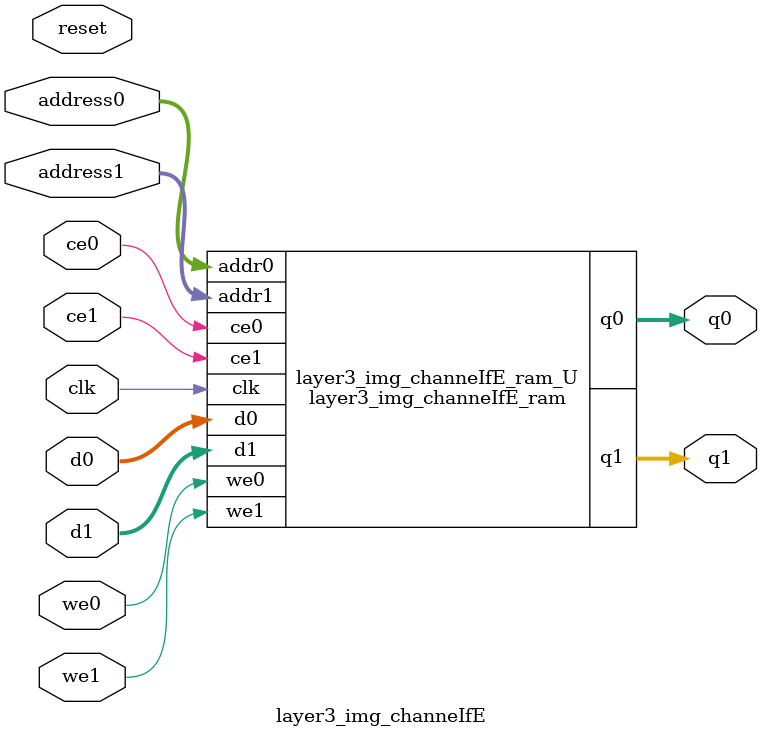
<source format=v>
`timescale 1 ns / 1 ps
module layer3_img_channeIfE_ram (addr0, ce0, d0, we0, q0, addr1, ce1, d1, we1, q1,  clk);

parameter DWIDTH = 12;
parameter AWIDTH = 12;
parameter MEM_SIZE = 2376;

input[AWIDTH-1:0] addr0;
input ce0;
input[DWIDTH-1:0] d0;
input we0;
output reg[DWIDTH-1:0] q0;
input[AWIDTH-1:0] addr1;
input ce1;
input[DWIDTH-1:0] d1;
input we1;
output reg[DWIDTH-1:0] q1;
input clk;

(* ram_style = "block" *)reg [DWIDTH-1:0] ram[0:MEM_SIZE-1];




always @(posedge clk)  
begin 
    if (ce0) 
    begin
        if (we0) 
        begin 
            ram[addr0] <= d0; 
        end 
        q0 <= ram[addr0];
    end
end


always @(posedge clk)  
begin 
    if (ce1) 
    begin
        if (we1) 
        begin 
            ram[addr1] <= d1; 
        end 
        q1 <= ram[addr1];
    end
end


endmodule

`timescale 1 ns / 1 ps
module layer3_img_channeIfE(
    reset,
    clk,
    address0,
    ce0,
    we0,
    d0,
    q0,
    address1,
    ce1,
    we1,
    d1,
    q1);

parameter DataWidth = 32'd12;
parameter AddressRange = 32'd2376;
parameter AddressWidth = 32'd12;
input reset;
input clk;
input[AddressWidth - 1:0] address0;
input ce0;
input we0;
input[DataWidth - 1:0] d0;
output[DataWidth - 1:0] q0;
input[AddressWidth - 1:0] address1;
input ce1;
input we1;
input[DataWidth - 1:0] d1;
output[DataWidth - 1:0] q1;



layer3_img_channeIfE_ram layer3_img_channeIfE_ram_U(
    .clk( clk ),
    .addr0( address0 ),
    .ce0( ce0 ),
    .we0( we0 ),
    .d0( d0 ),
    .q0( q0 ),
    .addr1( address1 ),
    .ce1( ce1 ),
    .we1( we1 ),
    .d1( d1 ),
    .q1( q1 ));

endmodule


</source>
